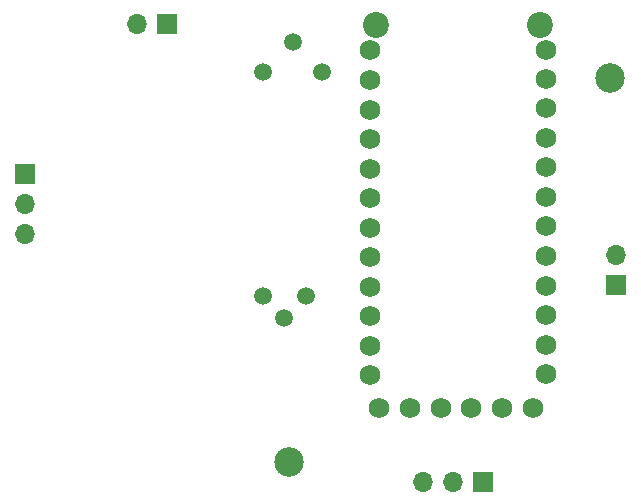
<source format=gbs>
G04 #@! TF.GenerationSoftware,KiCad,Pcbnew,(6.0.1)*
G04 #@! TF.CreationDate,2022-04-24T16:28:56-07:00*
G04 #@! TF.ProjectId,PS_controller,50535f63-6f6e-4747-926f-6c6c65722e6b,rev?*
G04 #@! TF.SameCoordinates,Original*
G04 #@! TF.FileFunction,Soldermask,Bot*
G04 #@! TF.FilePolarity,Negative*
%FSLAX46Y46*%
G04 Gerber Fmt 4.6, Leading zero omitted, Abs format (unit mm)*
G04 Created by KiCad (PCBNEW (6.0.1)) date 2022-04-24 16:28:56*
%MOMM*%
%LPD*%
G01*
G04 APERTURE LIST*
%ADD10R,1.700000X1.700000*%
%ADD11O,1.700000X1.700000*%
%ADD12C,2.500000*%
%ADD13C,2.200000*%
%ADD14C,1.750000*%
%ADD15C,1.498600*%
G04 APERTURE END LIST*
D10*
X215335000Y-111635000D03*
D11*
X212795000Y-111635000D03*
X210255000Y-111635000D03*
D12*
X198882000Y-109982000D03*
D13*
X206215000Y-72905000D03*
X220115000Y-72905000D03*
D14*
X220615000Y-102505000D03*
X220615000Y-100005000D03*
X214315000Y-105405000D03*
X216915000Y-105405000D03*
X220615000Y-97505000D03*
X220615000Y-95005000D03*
X220615000Y-92505000D03*
X220615000Y-90005000D03*
X220615000Y-87505000D03*
X220615000Y-85005000D03*
X220615000Y-82505000D03*
X211715000Y-105405000D03*
X220615000Y-80005000D03*
X206515000Y-105405000D03*
X209115000Y-105405000D03*
X220615000Y-77505000D03*
X220615000Y-75105000D03*
X205715000Y-75105000D03*
X205715000Y-77605000D03*
X205715000Y-80105000D03*
X205715000Y-82605000D03*
X205715000Y-85105000D03*
X205715000Y-87605000D03*
X205715000Y-90105000D03*
X205715000Y-92605000D03*
X205715000Y-95105000D03*
X205715000Y-97605000D03*
X205715000Y-100105000D03*
X205715000Y-102605000D03*
X219515000Y-105405000D03*
D10*
X188550000Y-72825000D03*
D11*
X186010000Y-72825000D03*
D10*
X226543000Y-94976000D03*
D11*
X226543000Y-92436000D03*
D10*
X176555000Y-85598000D03*
D11*
X176555000Y-88138000D03*
X176555000Y-90678000D03*
D15*
X196685500Y-95895500D03*
X198485500Y-97795500D03*
X200285500Y-95895500D03*
X196700000Y-76900000D03*
X199200000Y-74400000D03*
X201700000Y-76900000D03*
D12*
X226060000Y-77470000D03*
M02*

</source>
